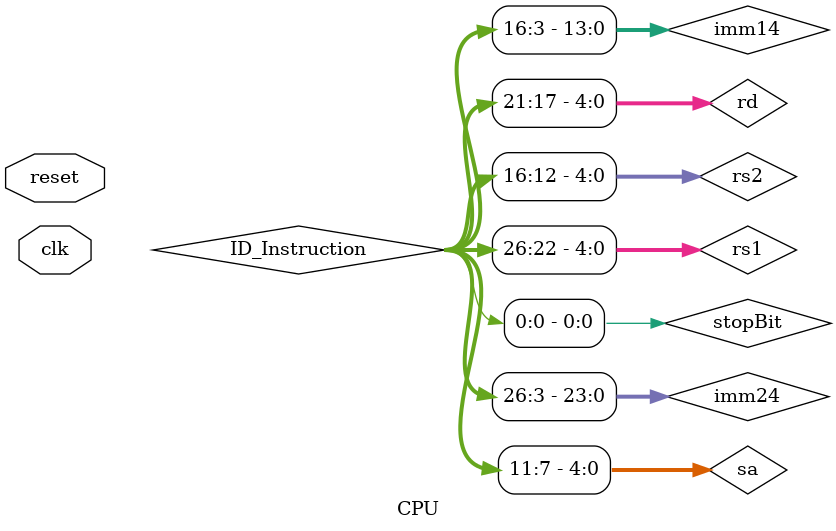
<source format=v>
`timescale 1 ps / 100 fs


module CPU(clk, reset);
    input clk, reset;
    
    wire [31:0] init_PC, PC, PCin, EXID_PC4,ID_PC4, EX_PC4, stack_PC4, ID_PC, EXID_PC;
    wire [31:0] PC4;
    wire [31:0] PCb,PCj,PC4j,PC4b; // PC signals 
    wire [31:0] Instruction,ID_Instruction; // Output of Instruction Memory
    wire [4:0] Opcode; // Opcode
    wire [1:0] instructionType; // 00: R-type, 01: I-type, 10: J-type, 11: S-type

    //Extend 14
    wire [13:0] imm14; // immediate in I-type instruction
    wire [31:0] imm14_Ext, EX_imm14;

    //Extend 24
    wire [23:0] imm24; // immediate in J-type instruction
    wire [31:0] imm24_Ext;

    //Register File
    wire [4:0] rs1,rs2,rd,sa, rb, WB_rd, EX_rd, EXMEM_rd, EX_SA;
    wire stopBit;
    wire [31:0] WB_WriteData, ReadData1, ReadData2,ReadData1Out,ReadData2Out, EX_ReadData1, EX_ReadData2;
    
    //ALU
    wire signed [31:0] ALU_Result,EX_ALU_Result ,Bus_B_ALU, EXMEM_Bus_B_ALU;
    wire ALU_Zero, ALU_Overflow, ALU_Negative, ALU_CarryOut;

    //Data Memory
    wire [31:0] WriteDataOfMem,MEM_ReadDataOfMem,WB_ReadDataOfMem;

    //Control signals
    wire RegDst,ALUSrc,WBdata,RegWrite,MemRead,MemWrite,Branch,Jump, JumpJAL, PC4Signal, Ex_PC4Signal;
	wire WB_RegWrite,EX_branch, EX_jump, EX_ALUSrc, EX_MemRead, EX_MemWrite, EX_WBdata, EX_RegWrite, EXMEM_MemRead, EXMEM_MemWrite, EXMEM_WBdata, EXMEM_RegWrite;
    //ALU Control signals
    wire [3:0] ALUControl, EX_ALUControl;

    //PC Control signals
    wire [1:0] PCSrc;

    //Stack Pointer
    wire [31:0] stack_Out; // not connected to anything yet (not used) 
    wire stack_empty, stack_full;

    wire [2:0] Present_State, Next_State;
    wire [6:0] Func;

    //========================IF STAGE========================//

    PC PC1(PC,PCin,reset,clk);
    
    adder32x32 add1(PC4, PC, {29'b0,3'b100}); // PC4 = PC + 4

    instructionMem Inst_Mem(Instruction, PC);

    register Inst_Reg(ID_Instruction,Instruction,1'b1, reset,clk);


    //========================ID STAGE========================//
    assign Opcode = ID_Instruction[31:27];
    assign rs1 = ID_Instruction[26:22];
    assign rd = ID_Instruction[21:17];
    assign rs2 = ID_Instruction[16:12];
    assign instructionType = ID_Instruction[2:1];
    assign stopBit = ID_Instruction[0];
    assign imm14 = ID_Instruction[16:3];
    assign imm24 = ID_Instruction[26:3];
    assign sa = ID_Instruction[11:7];
    assign Func = {ID_Instruction[2:1], ID_Instruction[31:27]};

    //Main Control Unit
    controlUnit CU(RegDst,ALUSrc,WBdata,RegWrite,MemRead,MemWrite,Branch,Jump,JumpJAL,PC4Signal,Opcode,instructionType);

    //control unit with state
    //controlState CS(RegDst,ALUSrc,WBdata,RegWrite,MemRead,MemWrite,Branch,Jump,JumpJAL,Next_State, Present_State, Func);
    //StateReg SR(Present_State,Next_State,reset,clk);

    //ALU Control Unit
    ALUControl ALU_CU(ALUControl,Opcode,instructionType);

    // mux Rs2 or rd to register file 
    mux2x5to5 mux1(rb,rd,rs2,RegDst);
    

    //Register File
    regfile Register_File(ReadData1,ReadData2,WB_WriteData,rs1,rb,WB_rd,1'b1,WB_RegWrite);


    //Sign Extend 14
    sign_extend14 sign_ext(imm14_Ext,imm14);
    //Sign Extend 24
    sign_extend24 sign_ext24(imm24_Ext,imm24);

    //register for PC
    register IDPC(ID_PC,PC,1'b1,reset,clk);

    //register for PCex
    register EXIDPC(EXID_PC,PC,1'b1,reset,clk);
    
    // register for PC4
    register ID_PCr(ID_PC4,PC4,1'b1,reset,clk);

    //adder for jump
    adder32x32 add3(PCj,ID_PC,imm24_Ext);

    //adder for branch
    adder32x32 add2(PCb,ID_PC,imm14_Ext);

    register PC4br(PC4b,PCb,1'b1,reset,clk);

    //register PC4jr(PC4j,PCj,1'b1,reset,clk);

    //Stack Pointer
    stackPointer SP1(stack_Out,stack_empty,stack_full,ID_PC,JumpJAL,stopBit,clk);
    
    //========================EX STAGE========================//
    register IDEX_PC4(EX_PC4,ID_PC4,1'b1,reset,clk);
    
    //register for register file out1 and out2
    register IDEX_ReadData1(EX_ReadData1,ReadData1,1'b1,reset,clk);
    register IDEX_ReadData2(EX_ReadData2,ReadData2,1'b1,reset,clk);

    //register for branch signal
    RegBit IDEX_branch(EX_branch,Branch,1'b1,reset,clk);

    //register for jump signal
    //RegBit IDEX_jump(EX_jump,Jump,1'b1,reset,clk);

    //register for ALUsrc signal
    RegBit IDEX_ALUSrc(EX_ALUSrc,ALUSrc,1'b1,reset,clk);

    //register for MemRead signal
    RegBit IDEX_MemRead(EX_MemRead,MemRead,1'b1,reset,clk);

    //register for MemWrite signal
    RegBit IDEX_MemWrite(EX_MemWrite,MemWrite,1'b1,reset,clk);

    //register for WBdata signal
    RegBit IDEX_WBdata(EX_WBdata,WBdata,1'b1,reset,clk);

    //register for RegWrite signal
    RegBit IDEX_RegWrite(EX_RegWrite,RegWrite,1'b1,reset,clk);

    //regitster for rd
    reg5bit IDEX_rd(EX_rd,rd,1'b1,reset,clk);

    //regiter imm14
    register IDEX_imm14(EX_imm14,imm14_Ext,1'b1,reset,clk);

    //register ALUControl
    reg4bit IDEX_ALUControl(EX_ALUControl,ALUControl,1'b1,reset,clk);

    // mux 2x32 to 32 to select source Bus B of ALU
    mux2x32to32 mux2(Bus_B_ALU,EX_ReadData2,EX_imm14,EX_ALUSrc);

    //register for sa
    reg5bit IDEX_sa(EX_SA,sa,1'b1,reset,clk);

    //ALU
    alu ALU(ALU_Result, ALU_CarryOut, ALU_Zero, ALU_Overflow, ALU_Negative, EX_ReadData1, Bus_B_ALU, EX_SA, EX_ALUControl);

    //========================MEM STAGE========================//

    //ALU out Register
    register EXMEM_ALU_Result(EX_ALU_Result,ALU_Result,1'b1,reset,clk);

    // data in register
    register EXMEM_ReadData2(EXMEM_Bus_B_ALU,EX_ReadData2,1'b1,reset,clk);

    //register for MemRead signal
    RegBit EXMEM_MemReadr(EXMEM_MemRead,EX_MemRead,1'b1,reset,clk);

    //register for MemWrite signal
    RegBit EXMEM_MemWriter(EXMEM_MemWrite,EX_MemWrite,1'b1,reset,clk);

    //register for WBdata signal
    RegBit EXMEM_WBdatar(EXMEM_WBdata,EX_WBdata,1'b1,reset,clk);

    //register for RegWrite signal
    RegBit EXMEM_RegWriter(EXMEM_RegWrite,EX_RegWrite,1'b1,reset,clk);

    //register for rd
    reg5bit EXMEM_rdr(EXMEM_rd,EX_rd,1'b1,reset,clk);

    //Data Memory
    dataMem Data_Mem(WriteDataOfMem,EX_ALU_Result,EXMEM_Bus_B_ALU,EXMEM_MemWrite,EXMEM_MemRead);



    //========================WB STAGE========================//

    //WB mux
    mux2x32to32 mux3(MEM_ReadDataOfMem,EX_ALU_Result,WriteDataOfMem,EXMEM_WBdata);

    //register for RegWrite signal
    RegBit MEMWB_RegWrite(WB_RegWrite,EXMEM_RegWrite,1'b1,reset,clk);

    //register for rd
    reg5bit MEMWB_rd(WB_rd,EXMEM_rd,1'b1,reset,clk);

    //Memory out register
    register MEMWB_ReadDataOfMem(WB_WriteData,MEM_ReadDataOfMem,1'b1,reset,clk);
    //========================================================//

    //resister PC4Signal
    RegBit PC4Signalr(Ex_PC4Signal,PC4Signal,1'b1,reset,clk);

    //PC Control Unit
    PC_Control PC_CU(PCSrc,Ex_PC4Signal, Jump, stopBit,EX_branch,ALU_Zero);


    //PC MUX
    mux4x32to32 mux5(PCin,EX_PC4,PCj,PC4b,stack_Out,PCSrc);

endmodule



</source>
